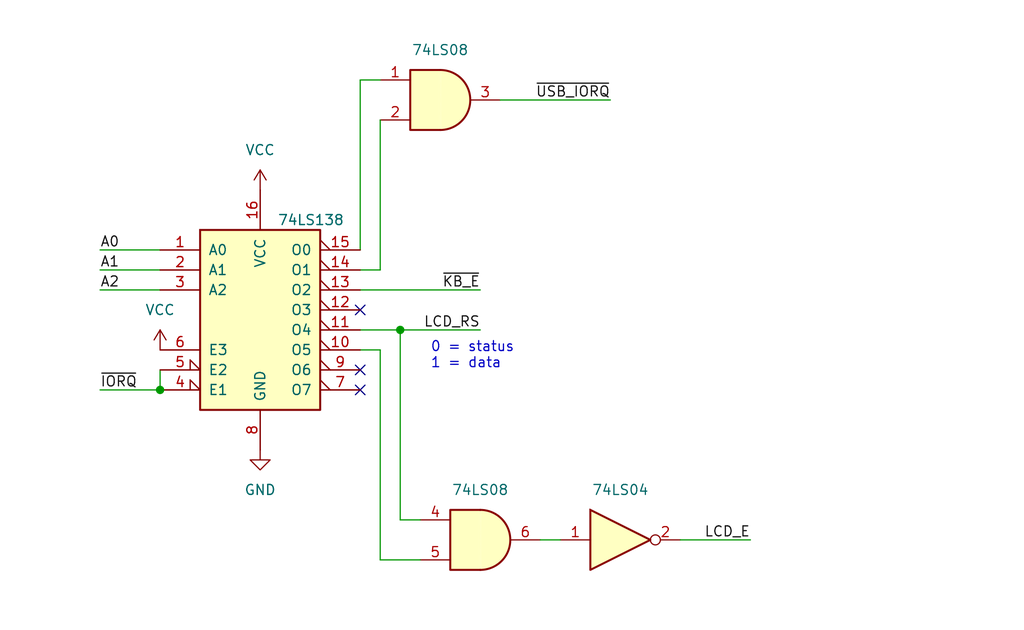
<source format=kicad_sch>
(kicad_sch (version 20230121) (generator eeschema)
  (paper "User" 129.997 80.01)
  (lib_symbols
    (symbol "74xx:74LS04"
      (property "Reference" "U" (at 0 1.27 0))
      (property "Value" "74LS04" (at 0 -1.27 0))
      (symbol "74LS04_1_0"
        (polyline (pts (xy -3.81 3.81) (xy -3.81 -3.81) (xy 3.81 0) (xy -3.81 3.81)) (stroke (width 0.254)) (fill (type background)))
        (pin input line (at -7.62 0 0) (length 3.81) (name "~") (number "1"))
        (pin output inverted (at 7.62 0 180) (length 3.81) (name "~") (number "2"))
      )
      (symbol "74LS04_2_0"
        (polyline (pts (xy -3.81 3.81) (xy -3.81 -3.81) (xy 3.81 0) (xy -3.81 3.81)) (stroke (width 0.254)) (fill (type background)))
        (pin input line (at -7.62 0 0) (length 3.81) (name "~") (number "3"))
        (pin output inverted (at 7.62 0 180) (length 3.81) (name "~") (number "4"))
      )
      (symbol "74LS04_3_0"
        (polyline (pts (xy -3.81 3.81) (xy -3.81 -3.81) (xy 3.81 0) (xy -3.81 3.81)) (stroke (width 0.254)) (fill (type background)))
        (pin input line (at -7.62 0 0) (length 3.81) (name "~") (number "5"))
        (pin output inverted (at 7.62 0 180) (length 3.81) (name "~") (number "6"))
      )
      (symbol "74LS04_4_0"
        (polyline (pts (xy -3.81 3.81) (xy -3.81 -3.81) (xy 3.81 0) (xy -3.81 3.81)) (stroke (width 0.254)) (fill (type background)))
        (pin output inverted (at 7.62 0 180) (length 3.81) (name "~") (number "8"))
        (pin input line (at -7.62 0 0) (length 3.81) (name "~") (number "9"))
      )
      (symbol "74LS04_5_0"
        (polyline (pts (xy -3.81 3.81) (xy -3.81 -3.81) (xy 3.81 0) (xy -3.81 3.81)) (stroke (width 0.254)) (fill (type background)))
        (pin output inverted (at 7.62 0 180) (length 3.81) (name "~") (number "10"))
        (pin input line (at -7.62 0 0) (length 3.81) (name "~") (number "11"))
      )
      (symbol "74LS04_6_0"
        (polyline (pts (xy -3.81 3.81) (xy -3.81 -3.81) (xy 3.81 0) (xy -3.81 3.81)) (stroke (width 0.254)) (fill (type background)))
        (pin output inverted (at 7.62 0 180) (length 3.81) (name "~") (number "12"))
        (pin input line (at -7.62 0 0) (length 3.81) (name "~") (number "13"))
      )
      (symbol "74LS04_7_0"
        (pin power_in line (at 0 12.7 270) (length 5.08) (name "VCC") (number "14"))
        (pin power_in line (at 0 -12.7 90) (length 5.08) (name "GND") (number "7"))
      )
      (symbol "74LS04_7_1"
        (rectangle (start -5.08 7.62) (end 5.08 -7.62) (stroke (width 0.254)) (fill (type background)))
      )
    )
    (symbol "74xx:74LS08" (pin_names (offset 1.016))
      (property "Reference" "U" (at 0 1.27 0))
      (property "Value" "74LS08" (at 0 -1.27 0))
      (symbol "74LS08_1_1"
        (arc (start 0 -3.81) (mid 3.7934 0) (end 0 3.81) (stroke (width 0.254)) (fill (type background)))
        (polyline (pts (xy 0 3.81) (xy -3.81 3.81) (xy -3.81 -3.81) (xy 0 -3.81)) (stroke (width 0.254)) (fill (type background)))
        (pin input line (at -7.62 2.54 0) (length 3.81) (name "~") (number "1"))
        (pin input line (at -7.62 -2.54 0) (length 3.81) (name "~") (number "2"))
        (pin output line (at 7.62 0 180) (length 3.81) (name "~") (number "3"))
      )
      (symbol "74LS08_1_2"
        (arc (start -3.81 -3.81) (mid -2.589 0) (end -3.81 3.81) (stroke (width 0.254)))
        (arc (start -0.6096 -3.81) (mid 2.1842 -2.5851) (end 3.81 0) (stroke (width 0.254)) (fill (type background)))
        (polyline (pts (xy -3.81 -3.81) (xy -0.635 -3.81)) (stroke (width 0.254)) (fill (type background)))
        (polyline (pts (xy -3.81 3.81) (xy -0.635 3.81)) (stroke (width 0.254)) (fill (type background)))
        (polyline (pts (xy -0.635 3.81) (xy -3.81 3.81) (xy -3.81 3.81) (xy -3.556 3.4036) (xy -3.0226 2.2606) (xy -2.6924 1.0414) (xy -2.6162 -0.254) (xy -2.7686 -1.4986) (xy -3.175 -2.7178) (xy -3.81 -3.81) (xy -3.81 -3.81) (xy -0.635 -3.81)) (stroke (width -25.4)) (fill (type background)))
        (arc (start 3.81 0) (mid 2.1915 2.5936) (end -0.6096 3.81) (stroke (width 0.254)) (fill (type background)))
        (pin input inverted (at -7.62 2.54 0) (length 4.318) (name "~") (number "1"))
        (pin input inverted (at -7.62 -2.54 0) (length 4.318) (name "~") (number "2"))
        (pin output inverted (at 7.62 0 180) (length 3.81) (name "~") (number "3"))
      )
      (symbol "74LS08_2_1"
        (arc (start 0 -3.81) (mid 3.7934 0) (end 0 3.81) (stroke (width 0.254)) (fill (type background)))
        (polyline (pts (xy 0 3.81) (xy -3.81 3.81) (xy -3.81 -3.81) (xy 0 -3.81)) (stroke (width 0.254)) (fill (type background)))
        (pin input line (at -7.62 2.54 0) (length 3.81) (name "~") (number "4"))
        (pin input line (at -7.62 -2.54 0) (length 3.81) (name "~") (number "5"))
        (pin output line (at 7.62 0 180) (length 3.81) (name "~") (number "6"))
      )
      (symbol "74LS08_2_2"
        (arc (start -3.81 -3.81) (mid -2.589 0) (end -3.81 3.81) (stroke (width 0.254)))
        (arc (start -0.6096 -3.81) (mid 2.1842 -2.5851) (end 3.81 0) (stroke (width 0.254)) (fill (type background)))
        (polyline (pts (xy -3.81 -3.81) (xy -0.635 -3.81)) (stroke (width 0.254)) (fill (type background)))
        (polyline (pts (xy -3.81 3.81) (xy -0.635 3.81)) (stroke (width 0.254)) (fill (type background)))
        (polyline (pts (xy -0.635 3.81) (xy -3.81 3.81) (xy -3.81 3.81) (xy -3.556 3.4036) (xy -3.0226 2.2606) (xy -2.6924 1.0414) (xy -2.6162 -0.254) (xy -2.7686 -1.4986) (xy -3.175 -2.7178) (xy -3.81 -3.81) (xy -3.81 -3.81) (xy -0.635 -3.81)) (stroke (width -25.4)) (fill (type background)))
        (arc (start 3.81 0) (mid 2.1915 2.5936) (end -0.6096 3.81) (stroke (width 0.254)) (fill (type background)))
        (pin input inverted (at -7.62 2.54 0) (length 4.318) (name "~") (number "4"))
        (pin input inverted (at -7.62 -2.54 0) (length 4.318) (name "~") (number "5"))
        (pin output inverted (at 7.62 0 180) (length 3.81) (name "~") (number "6"))
      )
      (symbol "74LS08_3_1"
        (arc (start 0 -3.81) (mid 3.7934 0) (end 0 3.81) (stroke (width 0.254)) (fill (type background)))
        (polyline (pts (xy 0 3.81) (xy -3.81 3.81) (xy -3.81 -3.81) (xy 0 -3.81)) (stroke (width 0.254)) (fill (type background)))
        (pin input line (at -7.62 -2.54 0) (length 3.81) (name "~") (number "10"))
        (pin output line (at 7.62 0 180) (length 3.81) (name "~") (number "8"))
        (pin input line (at -7.62 2.54 0) (length 3.81) (name "~") (number "9"))
      )
      (symbol "74LS08_3_2"
        (arc (start -3.81 -3.81) (mid -2.589 0) (end -3.81 3.81) (stroke (width 0.254)))
        (arc (start -0.6096 -3.81) (mid 2.1842 -2.5851) (end 3.81 0) (stroke (width 0.254)) (fill (type background)))
        (polyline (pts (xy -3.81 -3.81) (xy -0.635 -3.81)) (stroke (width 0.254)) (fill (type background)))
        (polyline (pts (xy -3.81 3.81) (xy -0.635 3.81)) (stroke (width 0.254)) (fill (type background)))
        (polyline (pts (xy -0.635 3.81) (xy -3.81 3.81) (xy -3.81 3.81) (xy -3.556 3.4036) (xy -3.0226 2.2606) (xy -2.6924 1.0414) (xy -2.6162 -0.254) (xy -2.7686 -1.4986) (xy -3.175 -2.7178) (xy -3.81 -3.81) (xy -3.81 -3.81) (xy -0.635 -3.81)) (stroke (width -25.4)) (fill (type background)))
        (arc (start 3.81 0) (mid 2.1915 2.5936) (end -0.6096 3.81) (stroke (width 0.254)) (fill (type background)))
        (pin input inverted (at -7.62 -2.54 0) (length 4.318) (name "~") (number "10"))
        (pin output inverted (at 7.62 0 180) (length 3.81) (name "~") (number "8"))
        (pin input inverted (at -7.62 2.54 0) (length 4.318) (name "~") (number "9"))
      )
      (symbol "74LS08_4_1"
        (arc (start 0 -3.81) (mid 3.7934 0) (end 0 3.81) (stroke (width 0.254)) (fill (type background)))
        (polyline (pts (xy 0 3.81) (xy -3.81 3.81) (xy -3.81 -3.81) (xy 0 -3.81)) (stroke (width 0.254)) (fill (type background)))
        (pin output line (at 7.62 0 180) (length 3.81) (name "~") (number "11"))
        (pin input line (at -7.62 2.54 0) (length 3.81) (name "~") (number "12"))
        (pin input line (at -7.62 -2.54 0) (length 3.81) (name "~") (number "13"))
      )
      (symbol "74LS08_4_2"
        (arc (start -3.81 -3.81) (mid -2.589 0) (end -3.81 3.81) (stroke (width 0.254)))
        (arc (start -0.6096 -3.81) (mid 2.1842 -2.5851) (end 3.81 0) (stroke (width 0.254)) (fill (type background)))
        (polyline (pts (xy -3.81 -3.81) (xy -0.635 -3.81)) (stroke (width 0.254)) (fill (type background)))
        (polyline (pts (xy -3.81 3.81) (xy -0.635 3.81)) (stroke (width 0.254)) (fill (type background)))
        (polyline (pts (xy -0.635 3.81) (xy -3.81 3.81) (xy -3.81 3.81) (xy -3.556 3.4036) (xy -3.0226 2.2606) (xy -2.6924 1.0414) (xy -2.6162 -0.254) (xy -2.7686 -1.4986) (xy -3.175 -2.7178) (xy -3.81 -3.81) (xy -3.81 -3.81) (xy -0.635 -3.81)) (stroke (width -25.4)) (fill (type background)))
        (arc (start 3.81 0) (mid 2.1915 2.5936) (end -0.6096 3.81) (stroke (width 0.254)) (fill (type background)))
        (pin output inverted (at 7.62 0 180) (length 3.81) (name "~") (number "11"))
        (pin input inverted (at -7.62 2.54 0) (length 4.318) (name "~") (number "12"))
        (pin input inverted (at -7.62 -2.54 0) (length 4.318) (name "~") (number "13"))
      )
      (symbol "74LS08_5_0"
        (pin power_in line (at 0 12.7 270) (length 5.08) (name "VCC") (number "14"))
        (pin power_in line (at 0 -12.7 90) (length 5.08) (name "GND") (number "7"))
      )
      (symbol "74LS08_5_1"
        (rectangle (start -5.08 7.62) (end 5.08 -7.62) (stroke (width 0.254)) (fill (type background)))
      )
    )
    (symbol "74xx:74LS138" (pin_names (offset 1.016))
      (property "Reference" "U" (at -7.62 11.43 0))
      (property "Value" "74LS138" (at -7.62 -13.97 0))
      (symbol "74LS138_1_0"
        (pin input line (at -12.7 7.62 0) (length 5.08) (name "A0") (number "1"))
        (pin output output_low (at 12.7 -5.08 180) (length 5.08) (name "O5") (number "10"))
        (pin output output_low (at 12.7 -2.54 180) (length 5.08) (name "O4") (number "11"))
        (pin output output_low (at 12.7 0 180) (length 5.08) (name "O3") (number "12"))
        (pin output output_low (at 12.7 2.54 180) (length 5.08) (name "O2") (number "13"))
        (pin output output_low (at 12.7 5.08 180) (length 5.08) (name "O1") (number "14"))
        (pin output output_low (at 12.7 7.62 180) (length 5.08) (name "O0") (number "15"))
        (pin power_in line (at 0 15.24 270) (length 5.08) (name "VCC") (number "16"))
        (pin input line (at -12.7 5.08 0) (length 5.08) (name "A1") (number "2"))
        (pin input line (at -12.7 2.54 0) (length 5.08) (name "A2") (number "3"))
        (pin input input_low (at -12.7 -10.16 0) (length 5.08) (name "E1") (number "4"))
        (pin input input_low (at -12.7 -7.62 0) (length 5.08) (name "E2") (number "5"))
        (pin input line (at -12.7 -5.08 0) (length 5.08) (name "E3") (number "6"))
        (pin output output_low (at 12.7 -10.16 180) (length 5.08) (name "O7") (number "7"))
        (pin power_in line (at 0 -17.78 90) (length 5.08) (name "GND") (number "8"))
        (pin output output_low (at 12.7 -7.62 180) (length 5.08) (name "O6") (number "9"))
      )
      (symbol "74LS138_1_1"
        (rectangle (start -7.62 10.16) (end 7.62 -12.7) (stroke (width 0.254)) (fill (type background)))
      )
    )
    (symbol "power:GND" (power) (pin_numbers hide) (pin_names (offset 0) hide)
      (property "Value" "GND" (at 0 -3.81 0))
      (symbol "GND_0_1"
        (polyline (pts (xy 0 0) (xy 0 -1.27) (xy 1.27 -1.27) (xy 0 -2.54) (xy -1.27 -1.27) (xy 0 -1.27)))
      )
      (symbol "GND_1_1"
        (pin power_in line (at 0 0 270) (length 0) hide (name "GND") (number "1"))
      )
    )
    (symbol "power:VCC" (power) (pin_numbers hide) (pin_names (offset 0) hide)
      (property "Value" "VCC" (at 0 3.81 0))
      (symbol "VCC_0_1"
        (polyline (pts (xy -0.762 1.27) (xy 0 2.54)))
        (polyline (pts (xy 0 0) (xy 0 2.54)))
        (polyline (pts (xy 0 2.54) (xy 0.762 1.27)))
      )
      (symbol "VCC_1_1"
        (pin power_in line (at 0 0 90) (length 0) hide (name "VCC") (number "1"))
      )
    )
  )
  (junction (at 20.32 49.53))
  (junction (at 50.8 41.91))
  (no_connect (at 45.72 49.53))
  (no_connect (at 45.72 46.99))
  (no_connect (at 45.72 39.37))
  (wire (pts (xy 68.58 68.58) (xy 71.12 68.58)))
  (wire (pts (xy 45.72 10.16) (xy 48.26 10.16)))
  (wire (pts (xy 12.7 49.53) (xy 20.32 49.53)))
  (wire (pts (xy 86.36 68.58) (xy 95.25 68.58)))
  (wire (pts (xy 45.72 41.91) (xy 50.8 41.91)))
  (wire (pts (xy 45.72 31.75) (xy 45.72 10.16)))
  (wire (pts (xy 50.8 41.91) (xy 50.8 66.04)))
  (wire (pts (xy 12.7 31.75) (xy 20.32 31.75)))
  (wire (pts (xy 12.7 36.83) (xy 20.32 36.83)))
  (wire (pts (xy 50.8 66.04) (xy 53.34 66.04)))
  (wire (pts (xy 48.26 44.45) (xy 48.26 71.12)))
  (wire (pts (xy 48.26 71.12) (xy 53.34 71.12)))
  (wire (pts (xy 48.26 34.29) (xy 48.26 15.24)))
  (wire (pts (xy 63.5 12.7) (xy 77.47 12.7)))
  (wire (pts (xy 45.72 36.83) (xy 60.96 36.83)))
  (wire (pts (xy 45.72 34.29) (xy 48.26 34.29)))
  (wire (pts (xy 45.72 44.45) (xy 48.26 44.45)))
  (wire (pts (xy 20.32 46.99) (xy 20.32 49.53)))
  (wire (pts (xy 50.8 41.91) (xy 60.96 41.91)))
  (wire (pts (xy 12.7 34.29) (xy 20.32 34.29)))
  (text "Decode A0-2\ncombine 0+1 for USB\nuse 2 for KBD in and out\nignore 3\nand combine 4+5 for LCD" (at -46.99 11.43 0) (effects (font (size 1.27 1.27)) (justify left bottom)))
  (text "0 = status\n1 = data" (at 54.61 46.99 0) (effects (font (size 1.27 1.27)) (justify left bottom)))
  (label "A2" (at 12.7 36.83 0))
  (label "~{USB_IORQ}" (at 77.47 12.7 180))
  (label "~{KB_E}" (at 60.96 36.83 180))
  (label "A0" (at 12.7 31.75 0))
  (label "A1" (at 12.7 34.29 0))
  (label "LCD_E" (at 95.25 68.58 180))
  (label "~{IORQ}" (at 12.7 49.53 0))
  (label "LCD_RS" (at 60.96 41.91 180))
  (symbol (lib_id "power:VCC") (at 20.32 44.45 0) (unit 1)
    (property "Reference" "#PWR01" (effects hide))
    (property "Value" "VCC" (at 20.32 39.37 0))
  )
  (symbol (lib_id "power:VCC") (at 33.02 24.13 0) (unit 1)
    (property "Reference" "#PWR010" (effects hide))
    (property "Value" "VCC" (at 33.02 19.05 0))
  )
  (symbol (lib_id "74xx:74LS08") (at 60.96 68.58 0) (unit 2)
    (property "Reference" "U3" (effects hide))
    (property "Value" "74LS08" (at 60.9517 62.23 0))
    (property "Datasheet" "http://www.ti.com/lit/gpn/sn74LS08" (effects hide))
  )
  (symbol (lib_id "74xx:74LS04") (at 78.74 68.58 0) (unit 1)
    (property "Reference" "U2" (effects hide))
    (property "Value" "74LS04" (at 78.74 62.23 0))
    (property "Datasheet" "http://www.ti.com/lit/gpn/sn74LS04" (effects hide))
  )
  (symbol (lib_id "power:GND") (at 33.02 57.15 0) (unit 1)
    (property "Reference" "#PWR011" (effects hide))
    (property "Value" "GND" (at 33.02 62.23 0))
  )
  (symbol (lib_id "74xx:74LS08") (at 55.88 12.7 0) (unit 1)
    (property "Reference" "U3" (effects hide))
    (property "Value" "74LS08" (at 55.8717 6.35 0))
    (property "Datasheet" "http://www.ti.com/lit/gpn/sn74LS08" (effects hide))
  )
  (symbol (lib_id "74xx:74LS138") (at 33.02 39.37 0) (unit 1)
    (property "Reference" "U4" (effects hide))
    (property "Value" "74LS138" (at 35.2141 27.94 0) (effects (justify left)))
    (property "Datasheet" "http://www.ti.com/lit/gpn/sn74LS138" (effects hide))
  )
)
</source>
